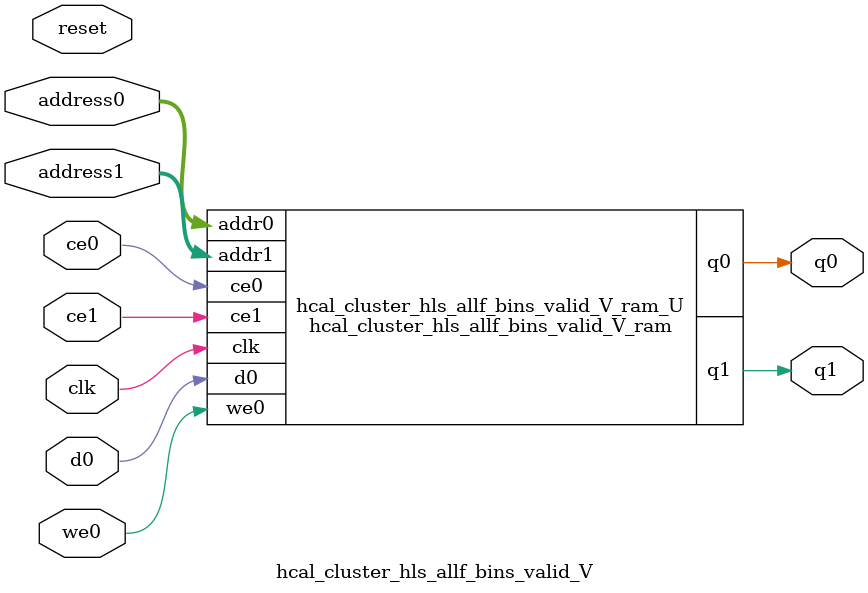
<source format=v>
`timescale 1 ns / 1 ps
module hcal_cluster_hls_allf_bins_valid_V_ram (addr0, ce0, d0, we0, q0, addr1, ce1, q1,  clk);

parameter DWIDTH = 1;
parameter AWIDTH = 7;
parameter MEM_SIZE = 128;

input[AWIDTH-1:0] addr0;
input ce0;
input[DWIDTH-1:0] d0;
input we0;
output reg[DWIDTH-1:0] q0;
input[AWIDTH-1:0] addr1;
input ce1;
output reg[DWIDTH-1:0] q1;
input clk;

reg [DWIDTH-1:0] ram[0:MEM_SIZE-1];




always @(posedge clk)  
begin 
    if (ce0) begin
        if (we0) 
            ram[addr0] <= d0; 
        q0 <= ram[addr0];
    end
end


always @(posedge clk)  
begin 
    if (ce1) begin
        q1 <= ram[addr1];
    end
end


endmodule

`timescale 1 ns / 1 ps
module hcal_cluster_hls_allf_bins_valid_V(
    reset,
    clk,
    address0,
    ce0,
    we0,
    d0,
    q0,
    address1,
    ce1,
    q1);

parameter DataWidth = 32'd1;
parameter AddressRange = 32'd128;
parameter AddressWidth = 32'd7;
input reset;
input clk;
input[AddressWidth - 1:0] address0;
input ce0;
input we0;
input[DataWidth - 1:0] d0;
output[DataWidth - 1:0] q0;
input[AddressWidth - 1:0] address1;
input ce1;
output[DataWidth - 1:0] q1;



hcal_cluster_hls_allf_bins_valid_V_ram hcal_cluster_hls_allf_bins_valid_V_ram_U(
    .clk( clk ),
    .addr0( address0 ),
    .ce0( ce0 ),
    .we0( we0 ),
    .d0( d0 ),
    .q0( q0 ),
    .addr1( address1 ),
    .ce1( ce1 ),
    .q1( q1 ));

endmodule


</source>
